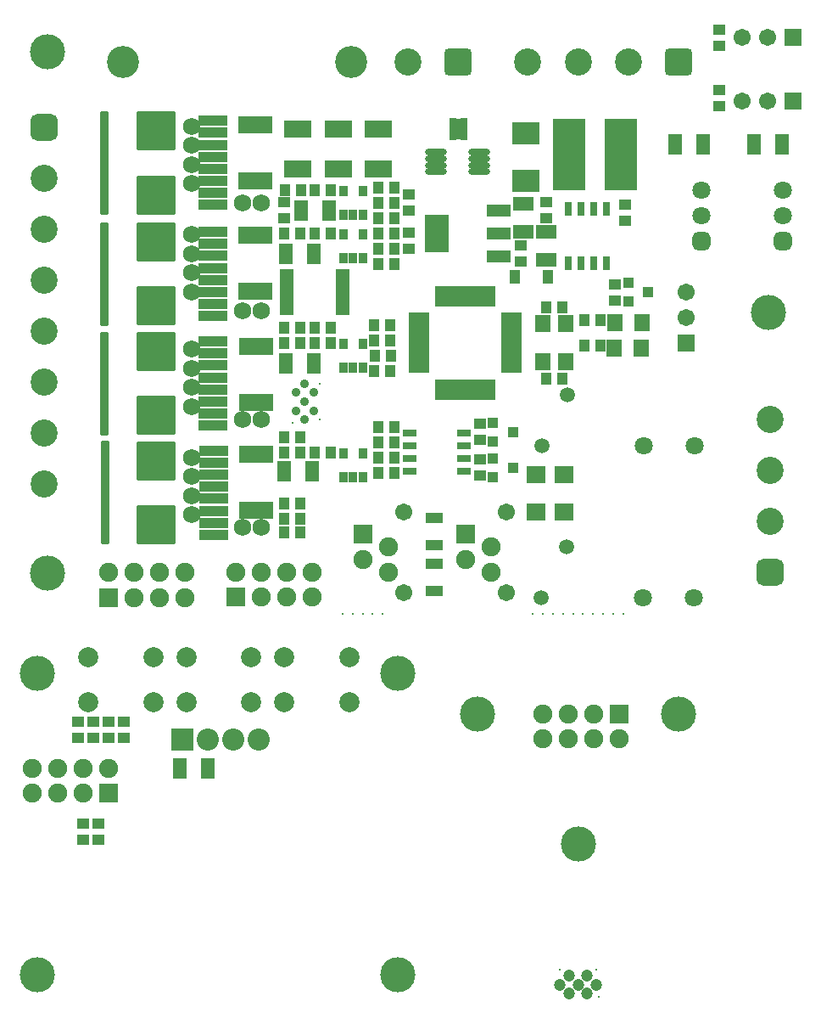
<source format=gts>
G04 Layer_Color=8388736*
%FSLAX25Y25*%
%MOIN*%
G70*
G01*
G75*
%ADD68C,0.13780*%
%ADD98R,0.06890X0.07874*%
%ADD99R,0.06800X0.04048*%
%ADD100C,0.03556*%
%ADD101R,0.03556X0.03950*%
%ADD102R,0.03950X0.04737*%
%ADD103R,0.04737X0.03950*%
%ADD104R,0.05524X0.07887*%
%ADD105R,0.13398X0.07099*%
%ADD106R,0.10642X0.06706*%
G04:AMPARAMS|DCode=107|XSize=153.67mil|YSize=153.67mil|CornerRadius=7.64mil|HoleSize=0mil|Usage=FLASHONLY|Rotation=180.000|XOffset=0mil|YOffset=0mil|HoleType=Round|Shape=RoundedRectangle|*
%AMROUNDEDRECTD107*
21,1,0.15367,0.13839,0,0,180.0*
21,1,0.13839,0.15367,0,0,180.0*
1,1,0.01528,-0.06919,0.06919*
1,1,0.01528,0.06919,0.06919*
1,1,0.01528,0.06919,-0.06919*
1,1,0.01528,-0.06919,-0.06919*
%
%ADD107ROUNDEDRECTD107*%
%ADD108R,0.11824X0.03950*%
%ADD109R,0.11811X0.03937*%
G04:AMPARAMS|DCode=110|XSize=35.56mil|YSize=405.64mil|CornerRadius=4.69mil|HoleSize=0mil|Usage=FLASHONLY|Rotation=0.000|XOffset=0mil|YOffset=0mil|HoleType=Round|Shape=RoundedRectangle|*
%AMROUNDEDRECTD110*
21,1,0.03556,0.39626,0,0,0.0*
21,1,0.02618,0.40564,0,0,0.0*
1,1,0.00938,0.01309,-0.19813*
1,1,0.00938,-0.01309,-0.19813*
1,1,0.00938,-0.01309,0.19813*
1,1,0.00938,0.01309,0.19813*
%
%ADD110ROUNDEDRECTD110*%
%ADD111R,0.07414X0.06784*%
%ADD112R,0.10642X0.08674*%
%ADD113R,0.12611X0.28359*%
%ADD114R,0.02768X0.08674*%
%ADD115R,0.05721X0.02501*%
%ADD116R,0.05524X0.03162*%
%ADD117R,0.03950X0.03950*%
%ADD118R,0.05918X0.07099*%
%ADD119R,0.05918X0.07099*%
%ADD120R,0.05918X0.07099*%
%ADD121R,0.07887X0.05524*%
%ADD122R,0.04383X0.05603*%
%ADD123R,0.03162X0.05524*%
%ADD124O,0.08674X0.02572*%
%ADD125R,0.09265X0.14579*%
%ADD126R,0.09265X0.05131*%
%ADD127R,0.09265X0.05131*%
%ADD128R,0.01981X0.08477*%
%ADD129R,0.08477X0.01981*%
%ADD130C,0.06800*%
%ADD131C,0.00800*%
%ADD132C,0.04737*%
%ADD133C,0.07493*%
%ADD134R,0.07493X0.07493*%
G04:AMPARAMS|DCode=135|XSize=106.42mil|YSize=106.42mil|CornerRadius=28.61mil|HoleSize=0mil|Usage=FLASHONLY|Rotation=270.000|XOffset=0mil|YOffset=0mil|HoleType=Round|Shape=RoundedRectangle|*
%AMROUNDEDRECTD135*
21,1,0.10642,0.04921,0,0,270.0*
21,1,0.04921,0.10642,0,0,270.0*
1,1,0.05721,-0.02461,-0.02461*
1,1,0.05721,-0.02461,0.02461*
1,1,0.05721,0.02461,0.02461*
1,1,0.05721,0.02461,-0.02461*
%
%ADD135ROUNDEDRECTD135*%
%ADD136C,0.10642*%
%ADD137C,0.06706*%
%ADD138C,0.07099*%
%ADD139C,0.05918*%
%ADD140R,0.06706X0.06706*%
%ADD141C,0.06706*%
%ADD142R,0.06706X0.06706*%
G04:AMPARAMS|DCode=143|XSize=70.99mil|YSize=70.99mil|CornerRadius=19.75mil|HoleSize=0mil|Usage=FLASHONLY|Rotation=90.000|XOffset=0mil|YOffset=0mil|HoleType=Round|Shape=RoundedRectangle|*
%AMROUNDEDRECTD143*
21,1,0.07099,0.03150,0,0,90.0*
21,1,0.03150,0.07099,0,0,90.0*
1,1,0.03950,0.01575,0.01575*
1,1,0.03950,0.01575,-0.01575*
1,1,0.03950,-0.01575,-0.01575*
1,1,0.03950,-0.01575,0.01575*
%
%ADD143ROUNDEDRECTD143*%
G04:AMPARAMS|DCode=144|XSize=106.42mil|YSize=106.42mil|CornerRadius=16.3mil|HoleSize=0mil|Usage=FLASHONLY|Rotation=180.000|XOffset=0mil|YOffset=0mil|HoleType=Round|Shape=RoundedRectangle|*
%AMROUNDEDRECTD144*
21,1,0.10642,0.07382,0,0,180.0*
21,1,0.07382,0.10642,0,0,180.0*
1,1,0.03261,-0.03691,0.03691*
1,1,0.03261,0.03691,0.03691*
1,1,0.03261,0.03691,-0.03691*
1,1,0.03261,-0.03691,-0.03691*
%
%ADD144ROUNDEDRECTD144*%
%ADD145C,0.12611*%
%ADD146C,0.07887*%
%ADD147R,0.08674X0.08674*%
%ADD148C,0.08674*%
D68*
X153543Y-377953D02*
D03*
X11811D02*
D03*
X224410Y-326772D02*
D03*
X263779Y-275590D02*
D03*
X185039D02*
D03*
X299213Y-118110D02*
D03*
X15748Y-220472D02*
D03*
Y-15748D02*
D03*
X11811Y-259842D02*
D03*
X153543D02*
D03*
D98*
X177235Y-46001D02*
D03*
D99*
X168000Y-209364D02*
D03*
Y-198636D02*
D03*
Y-216636D02*
D03*
Y-227364D02*
D03*
D100*
X227953Y-378346D02*
D03*
X220866D02*
D03*
X217323Y-381890D02*
D03*
X231496D02*
D03*
X227953Y-385433D02*
D03*
X224410Y-381890D02*
D03*
X220866Y-385433D02*
D03*
X120543Y-156543D02*
D03*
Y-149457D02*
D03*
X117000Y-145913D02*
D03*
Y-160087D02*
D03*
X113457Y-156543D02*
D03*
X117000Y-153000D02*
D03*
X113457Y-149457D02*
D03*
D101*
X139740Y-70276D02*
D03*
X132260Y-79724D02*
D03*
Y-70276D02*
D03*
X136000Y-79724D02*
D03*
X139733D02*
D03*
X139740Y-87276D02*
D03*
X132260Y-96724D02*
D03*
Y-87276D02*
D03*
X136000Y-96724D02*
D03*
X139733D02*
D03*
X139740Y-173276D02*
D03*
X132260Y-182724D02*
D03*
Y-173276D02*
D03*
X136000Y-182724D02*
D03*
X139733D02*
D03*
X139740Y-130276D02*
D03*
X132260Y-139724D02*
D03*
Y-130276D02*
D03*
X136000Y-139724D02*
D03*
X139733D02*
D03*
D102*
X145850Y-175000D02*
D03*
X152150D02*
D03*
X152150Y-181000D02*
D03*
X145850D02*
D03*
X145850Y-93000D02*
D03*
X152150D02*
D03*
X152150Y-99000D02*
D03*
X145850D02*
D03*
X152150Y-169000D02*
D03*
X145850D02*
D03*
X152150Y-87000D02*
D03*
X145850D02*
D03*
X115150Y-173000D02*
D03*
X108850D02*
D03*
X115150Y-87000D02*
D03*
X108850D02*
D03*
X150799Y-135000D02*
D03*
X144500D02*
D03*
X150650Y-141000D02*
D03*
X144350D02*
D03*
X145850Y-75000D02*
D03*
X152150D02*
D03*
X152150Y-81000D02*
D03*
X145850D02*
D03*
X150650Y-129000D02*
D03*
X144350D02*
D03*
X152150Y-69000D02*
D03*
X145850D02*
D03*
X115150Y-130000D02*
D03*
X108850D02*
D03*
X115650Y-70000D02*
D03*
X109350D02*
D03*
X108850Y-124000D02*
D03*
X115150D02*
D03*
X144350Y-123000D02*
D03*
X150650D02*
D03*
X211850Y-116000D02*
D03*
X218150D02*
D03*
X211850Y-144000D02*
D03*
X218150D02*
D03*
X120850Y-87000D02*
D03*
X127150D02*
D03*
X120850Y-70000D02*
D03*
X127150D02*
D03*
X120850Y-130000D02*
D03*
X127150D02*
D03*
X120850Y-173000D02*
D03*
X127150D02*
D03*
X120850Y-124000D02*
D03*
X127150D02*
D03*
X108850Y-167000D02*
D03*
X115150D02*
D03*
X145850Y-163000D02*
D03*
X152150D02*
D03*
X108850Y-204500D02*
D03*
X115150D02*
D03*
X115150Y-199000D02*
D03*
X108850D02*
D03*
X115150Y-193000D02*
D03*
X108850D02*
D03*
X233150Y-121000D02*
D03*
X226850D02*
D03*
X233150Y-131000D02*
D03*
X226850D02*
D03*
D103*
X186000Y-168150D02*
D03*
Y-161850D02*
D03*
Y-182150D02*
D03*
Y-175850D02*
D03*
X109000Y-74850D02*
D03*
Y-81150D02*
D03*
X202000Y-98150D02*
D03*
Y-91850D02*
D03*
X212000Y-81150D02*
D03*
Y-74850D02*
D03*
X280000Y-30850D02*
D03*
Y-37150D02*
D03*
Y-7000D02*
D03*
Y-13299D02*
D03*
X28000Y-278850D02*
D03*
Y-285150D02*
D03*
X46000Y-278850D02*
D03*
Y-285150D02*
D03*
X40000Y-285150D02*
D03*
Y-278850D02*
D03*
X34000Y-285150D02*
D03*
Y-278850D02*
D03*
X36000Y-325150D02*
D03*
Y-318850D02*
D03*
X30000Y-318850D02*
D03*
Y-325150D02*
D03*
X239000Y-113299D02*
D03*
Y-107000D02*
D03*
X243000Y-82150D02*
D03*
Y-75850D02*
D03*
X158000Y-78150D02*
D03*
Y-71850D02*
D03*
Y-93150D02*
D03*
Y-86850D02*
D03*
D104*
X120012Y-180409D02*
D03*
X108988D02*
D03*
X120512Y-95000D02*
D03*
X109488D02*
D03*
X126512Y-78000D02*
D03*
X115488D02*
D03*
X304512Y-52000D02*
D03*
X293488D02*
D03*
X120512Y-138000D02*
D03*
X109488D02*
D03*
X79000Y-297000D02*
D03*
X67976D02*
D03*
X273512Y-52000D02*
D03*
X262488D02*
D03*
D105*
X97409Y-44291D02*
D03*
Y-66339D02*
D03*
Y-87791D02*
D03*
Y-109839D02*
D03*
X97909Y-131291D02*
D03*
Y-153339D02*
D03*
Y-173791D02*
D03*
Y-195839D02*
D03*
D106*
X114331Y-45945D02*
D03*
Y-61693D02*
D03*
X130079Y-45945D02*
D03*
Y-61693D02*
D03*
X145827Y-45945D02*
D03*
Y-61693D02*
D03*
D107*
X58402Y-46716D02*
D03*
Y-71913D02*
D03*
X58410Y-90315D02*
D03*
Y-115512D02*
D03*
Y-133315D02*
D03*
Y-158512D02*
D03*
X58488Y-176216D02*
D03*
Y-201413D02*
D03*
D108*
X81039Y-42779D02*
D03*
Y-61677D02*
D03*
Y-47504D02*
D03*
Y-56953D02*
D03*
Y-71126D02*
D03*
Y-52228D02*
D03*
Y-66402D02*
D03*
X81047Y-86378D02*
D03*
Y-105276D02*
D03*
Y-91102D02*
D03*
Y-100551D02*
D03*
Y-114724D02*
D03*
Y-95827D02*
D03*
Y-110000D02*
D03*
Y-129378D02*
D03*
Y-148276D02*
D03*
Y-134102D02*
D03*
Y-143551D02*
D03*
Y-157724D02*
D03*
Y-138827D02*
D03*
Y-153000D02*
D03*
X81126Y-172280D02*
D03*
Y-191177D02*
D03*
Y-177004D02*
D03*
Y-186453D02*
D03*
Y-200626D02*
D03*
Y-181728D02*
D03*
Y-195902D02*
D03*
D109*
X81039Y-75850D02*
D03*
X81047Y-119449D02*
D03*
Y-162449D02*
D03*
X81126Y-205350D02*
D03*
D110*
X38323Y-59315D02*
D03*
X38331Y-102913D02*
D03*
Y-145913D02*
D03*
X38409Y-188815D02*
D03*
D111*
X219000Y-181598D02*
D03*
Y-196402D02*
D03*
X208000Y-181598D02*
D03*
Y-196402D02*
D03*
D112*
X204000Y-66252D02*
D03*
Y-47748D02*
D03*
D113*
X221063Y-56102D02*
D03*
X241142D02*
D03*
D114*
X179697Y-46000D02*
D03*
X175071D02*
D03*
D115*
X132024Y-117677D02*
D03*
Y-115118D02*
D03*
Y-112559D02*
D03*
Y-110000D02*
D03*
X109976D02*
D03*
Y-112559D02*
D03*
Y-115118D02*
D03*
Y-117677D02*
D03*
Y-104882D02*
D03*
X132024D02*
D03*
Y-102323D02*
D03*
X109976D02*
D03*
Y-107441D02*
D03*
X132024D02*
D03*
D116*
X179630Y-180500D02*
D03*
Y-175500D02*
D03*
X158370Y-180500D02*
D03*
Y-170500D02*
D03*
X179630Y-165500D02*
D03*
Y-170500D02*
D03*
X158370Y-175500D02*
D03*
Y-165500D02*
D03*
D117*
X198937Y-179000D02*
D03*
X191063Y-175260D02*
D03*
Y-182740D02*
D03*
X198937Y-165000D02*
D03*
X191063Y-161260D02*
D03*
Y-168740D02*
D03*
X252000Y-110000D02*
D03*
X244126Y-106260D02*
D03*
Y-113740D02*
D03*
D118*
X210472Y-122520D02*
D03*
Y-137480D02*
D03*
X219528D02*
D03*
Y-122520D02*
D03*
D119*
X238636Y-132000D02*
D03*
X239000Y-122000D02*
D03*
D120*
X249364Y-132000D02*
D03*
X249728Y-122000D02*
D03*
D121*
X203000Y-75488D02*
D03*
Y-86512D02*
D03*
X212000Y-86488D02*
D03*
Y-97512D02*
D03*
D122*
X212437Y-104000D02*
D03*
X199563D02*
D03*
D123*
X220500Y-98630D02*
D03*
X225500D02*
D03*
X220500Y-77370D02*
D03*
X230500D02*
D03*
X235500Y-98630D02*
D03*
X230500D02*
D03*
X225500Y-77370D02*
D03*
X235500D02*
D03*
D124*
X185465Y-62839D02*
D03*
Y-60280D02*
D03*
Y-57721D02*
D03*
Y-55161D02*
D03*
X168535Y-62839D02*
D03*
Y-60280D02*
D03*
Y-57721D02*
D03*
Y-55161D02*
D03*
D125*
X168795Y-87000D02*
D03*
D126*
X193205Y-77945D02*
D03*
Y-96055D02*
D03*
D127*
Y-87000D02*
D03*
D128*
X190827Y-148209D02*
D03*
X188858D02*
D03*
X186890D02*
D03*
X184921D02*
D03*
X182953D02*
D03*
X180984D02*
D03*
X179016D02*
D03*
X177047D02*
D03*
X175079D02*
D03*
X173110D02*
D03*
X171142D02*
D03*
X169173D02*
D03*
Y-111791D02*
D03*
X171142D02*
D03*
X173110D02*
D03*
X175079D02*
D03*
X177047D02*
D03*
X179016D02*
D03*
X180984D02*
D03*
X182953D02*
D03*
X184921D02*
D03*
X186890D02*
D03*
X188858D02*
D03*
X190827D02*
D03*
D129*
X161791Y-140827D02*
D03*
Y-138858D02*
D03*
Y-136890D02*
D03*
Y-134921D02*
D03*
Y-132953D02*
D03*
Y-130984D02*
D03*
Y-129016D02*
D03*
Y-127047D02*
D03*
Y-125079D02*
D03*
Y-123110D02*
D03*
Y-121142D02*
D03*
Y-119173D02*
D03*
X198209D02*
D03*
Y-121142D02*
D03*
Y-123110D02*
D03*
Y-125079D02*
D03*
Y-127047D02*
D03*
Y-129016D02*
D03*
Y-130984D02*
D03*
Y-132953D02*
D03*
Y-134921D02*
D03*
Y-136890D02*
D03*
Y-138858D02*
D03*
Y-140827D02*
D03*
D130*
X100000Y-202500D02*
D03*
X92500D02*
D03*
X100000Y-160000D02*
D03*
X92500D02*
D03*
X100000Y-117500D02*
D03*
X92500D02*
D03*
X100000Y-75000D02*
D03*
X92500D02*
D03*
X72500Y-197500D02*
D03*
Y-190000D02*
D03*
Y-182500D02*
D03*
Y-175000D02*
D03*
Y-155000D02*
D03*
Y-147500D02*
D03*
Y-140000D02*
D03*
Y-132500D02*
D03*
Y-110000D02*
D03*
Y-102500D02*
D03*
Y-95000D02*
D03*
Y-87500D02*
D03*
Y-67500D02*
D03*
Y-60000D02*
D03*
Y-52500D02*
D03*
Y-45000D02*
D03*
D131*
X206693Y-236221D02*
D03*
X210630D02*
D03*
X214567D02*
D03*
X218504D02*
D03*
X222441D02*
D03*
X226378D02*
D03*
X230315D02*
D03*
X234252D02*
D03*
X238189D02*
D03*
X242126D02*
D03*
X147638D02*
D03*
X143701D02*
D03*
X139764D02*
D03*
X135827D02*
D03*
X131890D02*
D03*
X232677Y-386614D02*
D03*
X217323Y-375984D02*
D03*
X231496D02*
D03*
X112276Y-161268D02*
D03*
X122906Y-145913D02*
D03*
Y-160087D02*
D03*
D132*
X220866Y-378346D02*
D03*
X227953D02*
D03*
X231496Y-381890D02*
D03*
X224410D02*
D03*
X217323D02*
D03*
X220866Y-385433D02*
D03*
X227953D02*
D03*
D133*
X210472Y-285433D02*
D03*
X220472D02*
D03*
X230472D02*
D03*
X240472D02*
D03*
X230472Y-275590D02*
D03*
X220472D02*
D03*
X210472D02*
D03*
X150000Y-220000D02*
D03*
Y-210000D02*
D03*
X140000Y-215000D02*
D03*
X190354Y-220000D02*
D03*
Y-210000D02*
D03*
X180354Y-215000D02*
D03*
X120000Y-220000D02*
D03*
X110000D02*
D03*
X100000D02*
D03*
X90000D02*
D03*
X100000Y-229842D02*
D03*
X110000D02*
D03*
X120000D02*
D03*
X70000Y-220158D02*
D03*
X60000D02*
D03*
X50000D02*
D03*
X40000D02*
D03*
X50000Y-230000D02*
D03*
X60000D02*
D03*
X70000D02*
D03*
X10000Y-297000D02*
D03*
X20000D02*
D03*
X30000D02*
D03*
X40000D02*
D03*
X30000Y-306842D02*
D03*
X20000D02*
D03*
X10000D02*
D03*
D134*
X240472Y-275590D02*
D03*
X140000Y-205000D02*
D03*
X180354D02*
D03*
X90000Y-229842D02*
D03*
X40000Y-230000D02*
D03*
Y-306842D02*
D03*
D135*
X14410Y-45500D02*
D03*
X299783Y-219874D02*
D03*
D136*
X14410Y-105500D02*
D03*
Y-165500D02*
D03*
Y-185500D02*
D03*
Y-145500D02*
D03*
Y-65500D02*
D03*
Y-85500D02*
D03*
Y-125500D02*
D03*
X299783Y-159874D02*
D03*
Y-179874D02*
D03*
Y-199874D02*
D03*
X224410Y-19685D02*
D03*
X244094D02*
D03*
X204724D02*
D03*
X157480D02*
D03*
D137*
X155906Y-196378D02*
D03*
Y-227874D02*
D03*
X196260Y-196378D02*
D03*
Y-227874D02*
D03*
D138*
X269783Y-229874D02*
D03*
X249783D02*
D03*
X305000Y-70000D02*
D03*
Y-80000D02*
D03*
X273000Y-70000D02*
D03*
Y-80000D02*
D03*
X270284Y-170374D02*
D03*
X250284D02*
D03*
D139*
X219783Y-209874D02*
D03*
X209784Y-229874D02*
D03*
X220284Y-150374D02*
D03*
X210283Y-170374D02*
D03*
D140*
X267000Y-130000D02*
D03*
D141*
Y-120000D02*
D03*
Y-110000D02*
D03*
X299000Y-10000D02*
D03*
X289000D02*
D03*
X299000Y-35000D02*
D03*
X289000D02*
D03*
D142*
X309000Y-10000D02*
D03*
Y-35000D02*
D03*
D143*
X305000Y-90000D02*
D03*
X273000D02*
D03*
D144*
X263779Y-19685D02*
D03*
X177165D02*
D03*
D145*
X45709D02*
D03*
X135394D02*
D03*
D146*
X57555Y-253236D02*
D03*
X31965D02*
D03*
X57555Y-270953D02*
D03*
X31965D02*
D03*
X96055Y-253236D02*
D03*
X70464D02*
D03*
X96055Y-270953D02*
D03*
X70464D02*
D03*
X134555Y-253236D02*
D03*
X108965D02*
D03*
X134555Y-270953D02*
D03*
X108965D02*
D03*
D147*
X68760Y-285595D02*
D03*
D148*
X78760D02*
D03*
X88760D02*
D03*
X98760D02*
D03*
M02*

</source>
